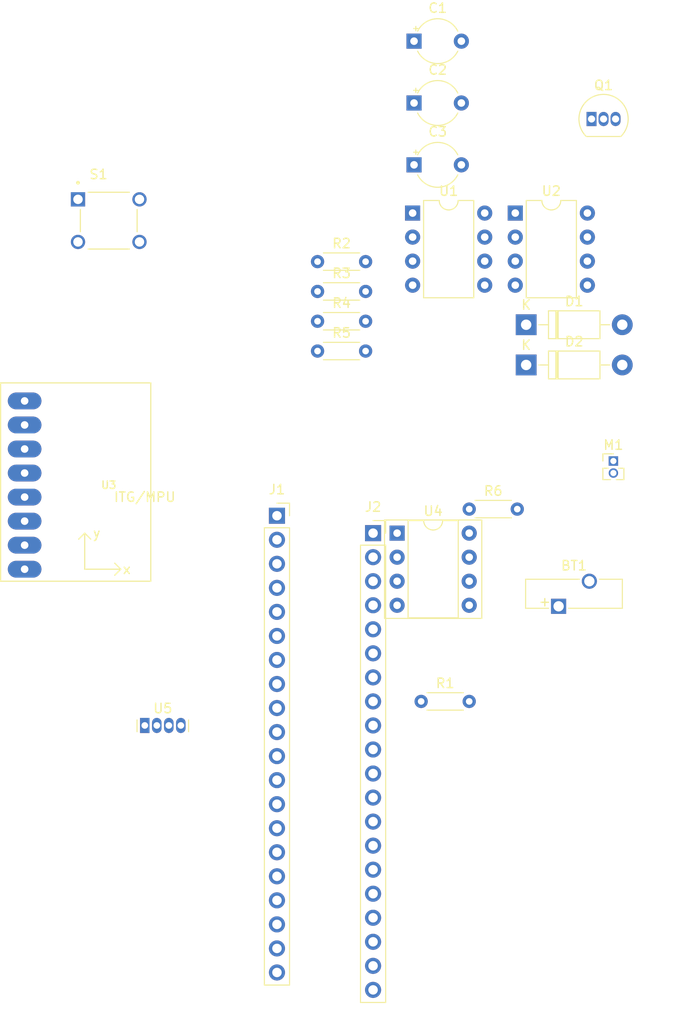
<source format=kicad_pcb>
(kicad_pcb (version 20221018) (generator pcbnew)
  (layers (0 "F.Cu" signal) (31 "B.Cu" signal) (34 "B.Paste" user) (35 "F.Paste" user) (36 "B.SilkS" user "B.Silkscreen") (37 "F.SilkS" user "F.Silkscreen") (38 "B.Mask" user) (39 "F.Mask" user) (44 "Edge.Cuts" user))
  (net 0 "")
  (net 1 "VCC")
  (net 2 "Earth")
  (net 3 "Net-(C1-Pad1)")
  (net 4 "Net-(D2-K)")
  (net 5 "Net-(D2-A)")
  (net 6 "Net-(D1-K)")
  (net 7 "Net-(D1-A)")
  (net 8 "Net-(J1-Pin_1)")
  (net 9 "Net-(J1-Pin_2)")
  (net 23 "Net-(J1-Pin_17)")
  (net 26 "Net-(J1-Pin_20)")
  (net 46 "Net-(Q1-B)")
  (net 47 "Net-(R2-Pad2)")
  (net 48 "Net-(U2-THR)")
  (net 49 "Net-(U4A--)")
  (net 63 "Net-(U4A-+)")
  (footprint "Sensor_Current:Allegro_SIP-4" (layer "F.Cu") (at 113.03 121.92)
    (fp_text reference "U5" (at 1.905 -1.8) (layer "F.SilkS"))
    (fp_text value "Hall Effect Sensor")
    (fp_line (start -0.82 0.66) (end -0.82 -0.58) (stroke (width 0.12)) (layer "F.SilkS"))
    (fp_line (start 4.63 -0.58) (end 4.63 0.66) (stroke (width 0.12)) (layer "F.SilkS"))
    (pad "1" thru_hole rect (at 0 0) (size 1 1.6) (drill 0.7) (layers "*.Cu" "*.Mask") (net 1 "VCC"))
    (pad "2" thru_hole oval (at 1.27 0) (size 1 1.6) (drill 0.7) (layers "*.Cu" "*.Mask") (net 63 "Net-(U4A-+)"))
    (pad "3" thru_hole oval (at 2.54 0) (size 1 1.6) (drill 0.7) (layers "*.Cu" "*.Mask"))
    (pad "4" thru_hole oval (at 3.81 0) (size 1 1.6) (drill 0.7) (layers "*.Cu" "*.Mask") (net 2 "Earth"))
  )
  (footprint "Connector_PinHeader_1.27mm:PinHeader_1x02_P1.27mm_Vertical" (layer "F.Cu") (at 162.56 93.98)
    (fp_text reference "M1" (at 0 -1.695) (layer "F.SilkS"))
    (fp_text value "DC Vibration Motor")
    (fp_line (start -1.11 -0.76) (end 0 -0.76) (stroke (width 0.12)) (layer "F.SilkS"))
    (fp_line (start -1.11 0) (end -1.11 -0.76) (stroke (width 0.12)) (layer "F.SilkS"))
    (fp_line (start -1.11 0.76) (end -1.11 1.965) (stroke (width 0.12)) (layer "F.SilkS"))
    (fp_line (start -1.11 0.76) (end -0.563471 0.76) (stroke (width 0.12)) (layer "F.SilkS"))
    (fp_line (start -1.11 1.965) (end -0.30753 1.965) (stroke (width 0.12)) (layer "F.SilkS"))
    (fp_line (start 0.30753 1.965) (end 1.11 1.965) (stroke (width 0.12)) (layer "F.SilkS"))
    (fp_line (start 0.563471 0.76) (end 1.11 0.76) (stroke (width 0.12)) (layer "F.SilkS"))
    (fp_line (start 1.11 0.76) (end 1.11 1.965) (stroke (width 0.12)) (layer "F.SilkS"))
    (pad "1" thru_hole rect (at 0 0) (size 1 1) (drill 0.65) (layers "*.Cu" "*.Mask") (net 4 "Net-(D2-K)"))
    (pad "2" thru_hole oval (at 0 1.27) (size 1 1) (drill 0.65) (layers "*.Cu" "*.Mask") (net 5 "Net-(D2-A)"))
  )
  (footprint "TS02-66-60-BK-100-LCR-D:SW_TS02-66-60-BK-160-LCR-D" (layer "F.Cu") (at 109.22 68.58)
    (fp_text reference "S1" (at -1.079 -4.889) (layer "F.SilkS"))
    (fp_text value "Pushbutton")
    (fp_line (start -3 -1.176) (end -3 1.176) (stroke (width 0.127)) (layer "F.SilkS"))
    (fp_line (start -2.176 -3) (end 2.176 -3) (stroke (width 0.127)) (layer "F.SilkS"))
    (fp_line (start -2.176 3) (end 2.176 3) (stroke (width 0.127)) (layer "F.SilkS"))
    (fp_line (start 3 -1.176) (end 3 1.176) (stroke (width 0.127)) (layer "F.SilkS"))
    (fp_circle (center -3.25 -4.004) (end -3.15 -4.004) (stroke (width 0.2)) (fill none) (layer "F.SilkS"))
    (pad "1" thru_hole rect (at -3.25 -2.25) (size 1.508 1.508) (drill 1) (layers "*.Cu" "*.Mask") (net 3 "Net-(C1-Pad1)"))
    (pad "2" thru_hole circle (at 3.25 -2.25) (size 1.508 1.508) (drill 1) (layers "*.Cu" "*.Mask"))
    (pad "3" thru_hole circle (at -3.25 2.25) (size 1.508 1.508) (drill 1) (layers "*.Cu" "*.Mask"))
    (pad "4" thru_hole circle (at 3.25 2.25) (size 1.508 1.508) (drill 1) (layers "*.Cu" "*.Mask") (net 47 "Net-(R2-Pad2)"))
  )
  (footprint "Package_TO_SOT_THT:TO-92_Inline" (layer "F.Cu") (at 160.25 57.84)
    (fp_text reference "Q1" (at 1.27 -3.56) (layer "F.SilkS"))
    (fp_text value "2N3904")
    (fp_line (start -0.53 1.85) (end 3.07 1.85) (stroke (width 0.12)) (layer "F.SilkS"))
    (fp_arc (start -0.568478 1.838478) (mid -1.132087 -0.994977) (end 1.27 -2.6) (stroke (width 0.12)) (layer "F.SilkS"))
    (fp_arc (start 1.27 -2.6) (mid 3.672087 -0.994977) (end 3.108478 1.838478) (stroke (width 0.12)) (layer "F.SilkS"))
    (pad "1" thru_hole rect (at 0 0) (size 1.05 1.5) (drill 0.75) (layers "*.Cu" "*.Mask") (net 2 "Earth"))
    (pad "2" thru_hole oval (at 1.27 0) (size 1.05 1.5) (drill 0.75) (layers "*.Cu" "*.Mask") (net 46 "Net-(Q1-B)"))
    (pad "3" thru_hole oval (at 2.54 0) (size 1.05 1.5) (drill 0.75) (layers "*.Cu" "*.Mask") (net 5 "Net-(D2-A)"))
  )
  (footprint "Resistor_THT:R_Axial_DIN0204_L3.6mm_D1.6mm_P5.08mm_Horizontal" (layer "F.Cu") (at 131.29 79.21)
    (fp_text reference "R4" (at 2.54 -1.92) (layer "F.SilkS"))
    (fp_text value "1KOhms")
    (fp_line (start 0.62 -0.92) (end 4.46 -0.92) (stroke (width 0.12)) (layer "F.SilkS"))
    (fp_line (start 0.62 0.92) (end 4.46 0.92) (stroke (width 0.12)) (layer "F.SilkS"))
    (pad "1" thru_hole circle (at 0 0) (size 1.4 1.4) (drill 0.7) (layers "*.Cu" "*.Mask") (net 46 "Net-(Q1-B)"))
    (pad "2" thru_hole oval (at 5.08 0) (size 1.4 1.4) (drill 0.7) (layers "*.Cu" "*.Mask") (net 23 "Net-(J1-Pin_17)"))
  )
  (footprint "Package_DIP:DIP-8_W7.62mm" (layer "F.Cu") (at 152.19 67.78)
    (fp_text reference "U2" (at 3.81 -2.33) (layer "F.SilkS"))
    (fp_text value "555 Timer")
    (fp_line (start 1.16 -1.33) (end 1.16 8.95) (stroke (width 0.12)) (layer "F.SilkS"))
    (fp_line (start 1.16 8.95) (end 6.46 8.95) (stroke (width 0.12)) (layer "F.SilkS"))
    (fp_line (start 2.81 -1.33) (end 1.16 -1.33) (stroke (width 0.12)) (layer "F.SilkS"))
    (fp_line (start 6.46 -1.33) (end 4.81 -1.33) (stroke (width 0.12)) (layer "F.SilkS"))
    (fp_line (start 6.46 8.95) (end 6.46 -1.33) (stroke (width 0.12)) (layer "F.SilkS"))
    (fp_arc (start 4.81 -1.33) (mid 3.81 -0.33) (end 2.81 -1.33) (stroke (width 0.12)) (layer "F.SilkS"))
    (pad "1" thru_hole rect (at 0 0) (size 1.6 1.6) (drill 0.8) (layers "*.Cu" "*.Mask") (net 2 "Earth"))
    (pad "2" thru_hole oval (at 0 2.54) (size 1.6 1.6) (drill 0.8) (layers "*.Cu" "*.Mask") (net 48 "Net-(U2-THR)"))
    (pad "3" thru_hole oval (at 0 5.08) (size 1.6 1.6) (drill 0.8) (layers "*.Cu" "*.Mask") (net 7 "Net-(D1-A)"))
    (pad "4" thru_hole oval (at 0 7.62) (size 1.6 1.6) (drill 0.8) (layers "*.Cu" "*.Mask") (net 1 "VCC"))
    (pad "5" thru_hole oval (at 7.62 7.62) (size 1.6 1.6) (drill 0.8) (layers "*.Cu" "*.Mask"))
    (pad "6" thru_hole oval (at 7.62 5.08) (size 1.6 1.6) (drill 0.8) (layers "*.Cu" "*.Mask") (net 48 "Net-(U2-THR)"))
    (pad "7" thru_hole oval (at 7.62 2.54) (size 1.6 1.6) (drill 0.8) (layers "*.Cu" "*.Mask"))
    (pad "8" thru_hole oval (at 7.62 0) (size 1.6 1.6) (drill 0.8) (layers "*.Cu" "*.Mask") (net 1 "VCC"))
  )
  (footprint "Package_DIP:DIP-8_W7.62mm" (layer "F.Cu") (at 141.34 67.78)
    (fp_text reference "U1" (at 3.81 -2.33) (layer "F.SilkS"))
    (fp_text value "3.3 V Voltage Regulator")
    (fp_line (start 1.16 -1.33) (end 1.16 8.95) (stroke (width 0.12)) (layer "F.SilkS"))
    (fp_line (start 1.16 8.95) (end 6.46 8.95) (stroke (width 0.12)) (layer "F.SilkS"))
    (fp_line (start 2.81 -1.33) (end 1.16 -1.33) (stroke (width 0.12)) (layer "F.SilkS"))
    (fp_line (start 6.46 -1.33) (end 4.81 -1.33) (stroke (width 0.12)) (layer "F.SilkS"))
    (fp_line (start 6.46 8.95) (end 6.46 -1.33) (stroke (width 0.12)) (layer "F.SilkS"))
    (fp_arc (start 4.81 -1.33) (mid 3.81 -0.33) (end 2.81 -1.33) (stroke (width 0.12)) (layer "F.SilkS"))
    (pad "1" thru_hole rect (at 0 0) (size 1.6 1.6) (drill 0.8) (layers "*.Cu" "*.Mask") (net 4 "Net-(D2-K)"))
    (pad "2" thru_hole oval (at 0 2.54) (size 1.6 1.6) (drill 0.8) (layers "*.Cu" "*.Mask"))
    (pad "3" thru_hole oval (at 0 5.08) (size 1.6 1.6) (drill 0.8) (layers "*.Cu" "*.Mask") (net 2 "Earth"))
    (pad "4" thru_hole oval (at 0 7.62) (size 1.6 1.6) (drill 0.8) (layers "*.Cu" "*.Mask"))
    (pad "5" thru_hole oval (at 7.62 7.62) (size 1.6 1.6) (drill 0.8) (layers "*.Cu" "*.Mask"))
    (pad "6" thru_hole oval (at 7.62 5.08) (size 1.6 1.6) (drill 0.8) (layers "*.Cu" "*.Mask"))
    (pad "7" thru_hole oval (at 7.62 2.54) (size 1.6 1.6) (drill 0.8) (layers "*.Cu" "*.Mask"))
    (pad "8" thru_hole oval (at 7.62 0) (size 1.6 1.6) (drill 0.8) (layers "*.Cu" "*.Mask") (net 6 "Net-(D1-K)"))
  )
  (footprint "Capacitor_THT:CP_Radial_Tantal_D4.5mm_P5.00mm" (layer "F.Cu") (at 141.49 49.615)
    (fp_text reference "C1" (at 2.5 -3.5) (layer "F.SilkS"))
    (fp_text value "1uF")
    (fp_line (start -0.037288 -1.335) (end 0.412712 -1.335) (stroke (width 0.12)) (layer "F.SilkS"))
    (fp_line (start 0.187712 -1.56) (end 0.187712 -1.11) (stroke (width 0.12)) (layer "F.SilkS"))
    (fp_arc (start 0.380259 -1.06) (mid 2.5 -2.37) (end 4.619741 -1.06) (stroke (width 0.12)) (layer "F.SilkS"))
    (fp_arc (start 4.619741 1.06) (mid 2.5 2.37) (end 0.380259 1.06) (stroke (width 0.12)) (layer "F.SilkS"))
    (pad "1" thru_hole rect (at 0 0) (size 1.6 1.6) (drill 0.8) (layers "*.Cu" "*.Mask") (net 3 "Net-(C1-Pad1)"))
    (pad "2" thru_hole circle (at 5 0) (size 1.6 1.6) (drill 0.8) (layers "*.Cu" "*.Mask") (net 2 "Earth"))
  )
  (footprint "Resistor_THT:R_Axial_DIN0204_L3.6mm_D1.6mm_P5.08mm_Horizontal" (layer "F.Cu") (at 147.32 99.06)
    (fp_text reference "R6" (at 2.54 -1.92) (layer "F.SilkS"))
    (fp_text value "5.6KOhms")
    (fp_line (start 0.62 -0.92) (end 4.46 -0.92) (stroke (width 0.12)) (layer "F.SilkS"))
    (fp_line (start 0.62 0.92) (end 4.46 0.92) (stroke (width 0.12)) (layer "F.SilkS"))
    (pad "1" thru_hole circle (at 0 0) (size 1.4 1.4) (drill 0.7) (layers "*.Cu" "*.Mask") (net 26 "Net-(J1-Pin_20)"))
    (pad "2" thru_hole oval (at 5.08 0) (size 1.4 1.4) (drill 0.7) (layers "*.Cu" "*.Mask") (net 49 "Net-(U4A--)"))
  )
  (footprint "Resistor_THT:R_Axial_DIN0204_L3.6mm_D1.6mm_P5.08mm_Horizontal" (layer "F.Cu") (at 131.29 72.91)
    (fp_text reference "R2" (at 2.54 -1.92) (layer "F.SilkS"))
    (fp_text value "10KOhms")
    (fp_line (start 0.62 -0.92) (end 4.46 -0.92) (stroke (width 0.12)) (layer "F.SilkS"))
    (fp_line (start 0.62 0.92) (end 4.46 0.92) (stroke (width 0.12)) (layer "F.SilkS"))
    (pad "1" thru_hole circle (at 0 0) (size 1.4 1.4) (drill 0.7) (layers "*.Cu" "*.Mask") (net 2 "Earth"))
    (pad "2" thru_hole oval (at 5.08 0) (size 1.4 1.4) (drill 0.7) (layers "*.Cu" "*.Mask") (net 47 "Net-(R2-Pad2)"))
  )
  (footprint "Resistor_THT:R_Axial_DIN0204_L3.6mm_D1.6mm_P5.08mm_Horizontal" (layer "F.Cu") (at 131.29 76.06)
    (fp_text reference "R3" (at 2.54 -1.92) (layer "F.SilkS"))
    (fp_text value "10KOhms")
    (fp_line (start 0.62 -0.92) (end 4.46 -0.92) (stroke (width 0.12)) (layer "F.SilkS"))
    (fp_line (start 0.62 0.92) (end 4.46 0.92) (stroke (width 0.12)) (layer "F.SilkS"))
    (pad "1" thru_hole circle (at 0 0) (size 1.4 1.4) (drill 0.7) (layers "*.Cu" "*.Mask") (net 47 "Net-(R2-Pad2)"))
    (pad "2" thru_hole oval (at 5.08 0) (size 1.4 1.4) (drill 0.7) (layers "*.Cu" "*.Mask") (net 48 "Net-(U2-THR)"))
  )
  (footprint "Battery:Battery_Panasonic_CR1025-VSK_Vertical_CircularHoles" (layer "F.Cu") (at 156.77 109.33)
    (fp_text reference "BT1" (at 1.625 -4.3) (layer "F.SilkS"))
    (fp_text value "Battery")
    (fp_text user "+" (at -1.46 -0.5) (layer "F.SilkS"))
    (fp_line (start -3.485 -2.86) (end 2.19 -2.86) (stroke (width 0.12)) (layer "F.SilkS"))
    (fp_line (start -3.485 0.21) (end -3.485 -2.86) (stroke (width 0.12)) (layer "F.SilkS"))
    (fp_line (start -3.485 0.21) (end -1.06 0.21) (stroke (width 0.12)) (layer "F.SilkS"))
    (fp_line (start 1.06 0.21) (end 6.735 0.21) (stroke (width 0.12)) (layer "F.SilkS"))
    (fp_line (start 4.31 -2.86) (end 6.735 -2.86) (stroke (width 0.12)) (layer "F.SilkS"))
    (fp_line (start 6.735 0.21) (end 6.735 -2.86) (stroke (width 0.12)) (layer "F.SilkS"))
    (pad "1" thru_hole rect (at 0 0) (size 1.6 1.6) (drill 1.09) (layers "*.Cu" "*.Mask") (net 1 "VCC"))
    (pad "2" thru_hole circle (at 3.25 -2.65) (size 1.6 1.6) (drill 1.09) (layers "*.Cu" "*.Mask") (net 2 "Earth"))
  )
  (footprint "Capacitor_THT:CP_Radial_Tantal_D4.5mm_P5.00mm" (layer "F.Cu") (at 141.49 62.685)
    (fp_text reference "C3" (at 2.5 -3.5) (layer "F.SilkS"))
    (fp_text value "0.1uF")
    (fp_line (start -0.037288 -1.335) (end 0.412712 -1.335) (stroke (width 0.12)) (layer "F.SilkS"))
    (fp_line (start 0.187712 -1.56) (end 0.187712 -1.11) (stroke (width 0.12)) (layer "F.SilkS"))
    (fp_arc (start 0.380259 -1.06) (mid 2.5 -2.37) (end 4.619741 -1.06) (stroke (width 0.12)) (layer "F.SilkS"))
    (fp_arc (start 4.619741 1.06) (mid 2.5 2.37) (end 0.380259 1.06) (stroke (width 0.12)) (layer "F.SilkS"))
    (pad "1" thru_hole rect (at 0 0) (size 1.6 1.6) (drill 0.8) (layers "*.Cu" "*.Mask") (net 4 "Net-(D2-K)"))
    (pad "2" thru_hole circle (at 5 0) (size 1.6 1.6) (drill 0.8) (layers "*.Cu" "*.Mask") (net 5 "Net-(D2-A)"))
  )
  (footprint "GY-521:GY-521" (layer "F.Cu") (at 109.22 96.52)
    (fp_text reference "U3" (at 0 0) (layer "F.SilkS") (effects (font (size 0.787402 0.787402))))
    (fp_text value "Gyroscope Sensor")
    (fp_text user "y" (at -1.27 5.08) (layer "F.SilkS"))
    (fp_text user "x" (at 1.905 8.89) (layer "F.SilkS"))
    (fp_text user "ITG/MPU" (at 3.81 1.27) (layer "F.SilkS"))
    (fp_line (start -11.43 -10.795) (end 4.445 -10.795) (stroke (width 0.127)) (layer "F.SilkS"))
    (fp_line (start -11.43 10.16) (end -11.43 -10.795) (stroke (width 0.127)) (layer "F.SilkS"))
    (fp_line (start -2.54 5.08) (end -3.175 5.715) (stroke (width 0.127)) (layer "F.SilkS"))
    (fp_line (start -2.54 5.08) (end -1.905 5.715) (stroke (width 0.127)) (layer "F.SilkS"))
    (fp_line (start -2.54 8.89) (end -2.54 5.08) (stroke (width 0.127)) (layer "F.SilkS"))
    (fp_line (start -2.54 8.89) (end 1.27 8.89) (stroke (width 0.127)) (layer "F.SilkS"))
    (fp_line (start 1.27 8.89) (end 0.635 8.255) (stroke (width 0.127)) (layer "F.SilkS"))
    (fp_line (start 1.27 8.89) (end 0.635 9.525) (stroke (width 0.127)) (layer "F.SilkS"))
    (fp_line (start 4.445 -10.795) (end 4.445 10.16) (stroke (width 0.127)) (layer "F.SilkS"))
    (fp_line (start 4.445 10.16) (end -11.43 10.16) (stroke (width 0.127)) (layer "F.SilkS"))
    (pad "ADO" thru_hole oval (at -8.89 6.35) (size 3.556 1.778) (drill 0.8) (layers "*.Cu" "*.Mask"))
    (pad "GND" thru_hole oval (at -8.89 -6.35) (size 3.556 1.778) (drill 0.8) (layers "*.Cu" "*.Mask") (net 2 "Earth"))
    (pad "INT" thru_hole oval (at -8.89 8.89) (size 3.556 1.778) (drill 0.8) (layers "*.Cu" "*.Mask"))
    (pad "SCL" thru_hole oval (at -8.89 -3.81) (size 3.556 1.778) (drill 0.8) (layers "*.Cu" "*.Mask") (net 9 "Net-(J1-Pin_2)"))
    (pad "SDA" thru_hole oval (at -8.89 -1.27) (size 3.556 1.778) (drill 0.8) (layers "*.Cu" "*.Mask") (net 8 "Net-(J1-Pin_1)"))
    (pad "VCC" thru_hole oval (at -8.89 -8.89) (size 3.556 1.778) (drill 0.8) (layers "*.Cu" "*.Mask") (net 4 "Net-(D2-K)"))
    (pad "XCL" thru_hole oval (at -8.89 3.81) (size 3.556 1.778) (drill 0.8) (layers "*.Cu" "*.Mask"))
    (pad "XDA" thru_hole oval (at -8.89 1.27) (size 3.556 1.778) (drill 0.8) (layers "*.Cu" "*.Mask"))
  )
  (footprint "Package_DIP:DIP-8_W7.62mm_Socket" (layer "F.Cu") (at 139.7 101.6)
    (fp_text reference "U4" (at 3.81 -2.33) (layer "F.SilkS"))
    (fp_text value "OP-Amp")
    (fp_line (start -1.33 -1.39) (end -1.33 9.01) (stroke (width 0.12)) (layer "F.SilkS"))
    (fp_line (start -1.33 9.01) (end 8.95 9.01) (stroke (width 0.12)) (layer "F.SilkS"))
    (fp_line (start 1.16 -1.33) (end 1.16 8.95) (stroke (width 0.12)) (layer "F.SilkS"))
    (fp_line (start 1.16 8.95) (end 6.46 8.95) (stroke (width 0.12)) (layer "F.SilkS"))
    (fp_line (start 2.81 -1.33) (end 1.16 -1.33) (stroke (width 0.12)) (layer "F.SilkS"))
    (fp_line (start 6.46 -1.33) (end 4.81 -1.33) (stroke (width 0.12)) (layer "F.SilkS"))
    (fp_line (start 6.46 8.95) (end 6.46 -1.33) (stroke (width 0.12)) (layer "F.SilkS"))
    (fp_line (start 8.95 -1.39) (end -1.33 -1.39) (stroke (width 0.12)) (layer "F.SilkS"))
    (fp_line (start 8.95 9.01) (end 8.95 -1.39) (stroke (width 0.12)) (layer "F.SilkS"))
    (fp_arc (start 4.81 -1.33) (mid 3.81 -0.33) (end 2.81 -1.33) (stroke (width 0.12)) (layer "F.SilkS"))
    (pad "1" thru_hole rect (at 0 0) (size 1.6 1.6) (drill 0.8) (layers "*.Cu" "*.Mask") (net 26 "Net-(J1-Pin_20)"))
    (pad "2" thru_hole oval (at 0 2.54) (size 1.6 1.6) (drill 0.8) (layers "*.Cu" "*.Mask") (net 49 "Net-(U4A--)"))
    (pad "3" thru_hole oval (at 0 5.08) (size 1.6 1.6) (drill 0.8) (layers "*.Cu" "*.Mask") (net 63 "Net-(U4A-+)"))
    (pad "4" thru_hole oval (at 0 7.62) (size 1.6 1.6) (drill 0.8) (layers "*.Cu" "*.Mask"))
    (pad "5" thru_hole oval (at 7.62 7.62) (size 1.6 1.6) (drill 0.8) (layers "*.Cu" "*.Mask"))
    (pad "6" thru_hole oval (at 7.62 5.08) (size 1.6 1.6) (drill 0.8) (layers "*.Cu" "*.Mask"))
    (pad "7" thru_hole oval (at 7.62 2.54) (size 1.6 1.6) (drill 0.8) (layers "*.Cu" "*.Mask"))
    (pad "8" thru_hole oval (at 7.62 0) (size 1.6 1.6) (drill 0.8) (layers "*.Cu" "*.Mask"))
  )
  (footprint "Connector_PinSocket_2.54mm:PinSocket_1x20_P2.54mm_Vertical" (layer "F.Cu") (at 127 99.76)
    (fp_text reference "J1" (at 0 -2.77) (layer "F.SilkS"))
    (fp_text value "Pico Socket 1")
    (fp_line (start -1.33 1.27) (end -1.33 49.59) (stroke (width 0.12)) (layer "F.SilkS"))
    (fp_line (start -1.33 1.27) (end 1.33 1.27) (stroke (width 0.12)) (layer "F.SilkS"))
    (fp_line (start -1.33 49.59) (end 1.33 49.59) (stroke (width 0.12)) (layer "F.SilkS"))
    (fp_line (start 0 -1.33) (end 1.33 -1.33) (stroke (width 0.12)) (layer "F.SilkS"))
    (fp_line (start 1.33 -1.33) (end 1.33 0) (stroke (width 0.12)) (layer "F.SilkS"))
    (fp_line (start 1.33 1.27) (end 1.33 49.59) (stroke (width 0.12)) (layer "F.SilkS"))
    (pad "1" thru_hole rect (at 0 0) (size 1.7 1.7) (drill 1) (layers "*.Cu" "*.Mask") (net 8 "Net-(J1-Pin_1)"))
    (pad "2" thru_hole oval (at 0 2.54) (size 1.7 1.7) (drill 1) (layers "*.Cu" "*.Mask") (net 9 "Net-(J1-Pin_2)"))
    (pad "3" thru_hole oval (at 0 5.08) (size 1.7 1.7) (drill 1) (layers "*.Cu" "*.Mask") (net 2 "Earth"))
    (pad "4" thru_hole oval (at 0 7.62) (size 1.7 1.7) (drill 1) (layers "*.Cu" "*.Mask"))
    (pad "5" thru_hole oval (at 0 10.16) (size 1.7 1.7) (drill 1) (layers "*.Cu" "*.Mask"))
    (pad "6" thru_hole oval (at 0 12.7) (size 1.7 1.7) (drill 1) (layers "*.Cu" "*.Mask"))
    (pad "7" thru_hole oval (at 0 15.24) (size 1.7 1.7) (drill 1) (layers "*.Cu" "*.Mask"))
    (pad "8" thru_hole oval (at 0 17.78) (size 1.7 1.7) (drill 1) (layers "*.Cu" "*.Mask"))
    (pad "9" thru_hole oval (at 0 20.32) (size 1.7 1.7) (drill 1) (layers "*.Cu" "*.Mask"))
    (pad "10" thru_hole oval (at 0 22.86) (size 1.7 1.7) (drill 1) (layers "*.Cu" "*.Mask"))
    (pad "11" thru_hole oval (at 0 25.4) (size 1.7 1.7) (drill 1) (layers "*.Cu" "*.Mask"))
    (pad "12" thru_hole oval (at 0 27.94) (size 1.7 1.7) (drill 1) (layers "*.Cu" "*.Mask"))
    (pad "13" thru_hole oval (at 0 30.48) (size 1.7 1.7) (drill 1) (layers "*.Cu" "*.Mask"))
    (pad "14" thru_hole oval (at 0 33.02) (size 1.7 1.7) (drill 1) (layers "*.Cu" "*.Mask"))
    (pad "15" thru_hole oval (at 0 35.56) (size 1.7 1.7) (drill 1) (layers "*.Cu" "*.Mask"))
    (pad "16" thru_hole oval (at 0 38.1) (size 1.7 1.7) (drill 1) (layers "*.Cu" "*.Mask"))
    (pad "17" thru_hole oval (at 0 40.64) (size 1.7 1.7) (drill 1) (layers "*.Cu" "*.Mask") (net 23 "Net-(J1-Pin_17)"))
    (pad "18" thru_hole oval (at 0 43.18) (size 1.7 1.7) (drill 1) (layers "*.Cu" "*.Mask"))
    (pad "19" thru_hole oval (at 0 45.72) (size 1.7 1.7) (drill 1) (layers "*.Cu" "*.Mask"))
    (pad "20" thru_hole oval (at 0 48.26) (size 1.7 1.7) (drill 1) (layers "*.Cu" "*.Mask") (net 26 "Net-(J1-Pin_20)"))
  )
  (footprint "Resistor_THT:R_Axial_DIN0204_L3.6mm_D1.6mm_P5.08mm_Horizontal" (layer "F.Cu") (at 131.29 82.36)
    (fp_text reference "R5" (at 2.54 -1.92) (layer "F.SilkS"))
    (fp_text value "1KOhms")
    (fp_line (start 0.62 -0.92) (end 4.46 -0.92) (stroke (width 0.12)) (layer "F.SilkS"))
    (fp_line (start 0.62 0.92) (end 4.46 0.92) (stroke (width 0.12)) (layer "F.SilkS"))
    (pad "1" thru_hole circle (at 0 0) (size 1.4 1.4) (drill 0.7) (layers "*.Cu" "*.Mask") (net 49 "Net-(U4A--)"))
    (pad "2" thru_hole oval (at 5.08 0) (size 1.4 1.4) (drill 0.7) (layers "*.Cu" "*.Mask") (net 2 "Earth"))
  )
  (footprint "Connector_PinSocket_2.54mm:PinSocket_1x20_P2.54mm_Vertical" (layer "F.Cu") (at 137.16 101.6)
    (fp_text reference "J2" (at 0 -2.77) (layer "F.SilkS"))
    (fp_text value "Pico Socket 2")
    (fp_line (start -1.33 1.27) (end -1.33 49.59) (stroke (width 0.12)) (layer "F.SilkS"))
    (fp_line (start -1.33 1.27) (end 1.33 1.27) (stroke (width 0.12)) (layer "F.SilkS"))
    (fp_line (start -1.33 49.59) (end 1.33 49.59) (stroke (width 0.12)) (layer "F.SilkS"))
    (fp_line (start 0 -1.33) (end 1.33 -1.33) (stroke (width 0.12)) (layer "F.SilkS"))
    (fp_line (start 1.33 -1.33) (end 1.33 0) (stroke (width 0.12)) (layer "F.SilkS"))
    (fp_line (start 1.33 1.27) (end 1.33 49.59) (stroke (width 0.12)) (layer "F.SilkS"))
    (pad "1" thru_hole rect (at 0 0) (size 1.7 1.7) (drill 1) (layers "*.Cu" "*.Mask"))
    (pad "2" thru_hole oval (at 0 2.54) (size 1.7 1.7) (drill 1) (layers "*.Cu" "*.Mask"))
    (pad "3" thru_hole oval (at 0 5.08) (size 1.7 1.7) (drill 1) (layers "*.Cu" "*.Mask"))
    (pad "4" thru_hole oval (at 0 7.62) (size 1.7 1.7) (drill 1) (layers "*.Cu" "*.Mask"))
    (pad "5" thru_hole oval (at 0 10.16) (size 1.7 1.7) (drill 1) (layers "*.Cu" "*.Mask"))
    (pad "6" thru_hole oval (at 0 12.7) (size 1.7 1.7) (drill 1) (layers "*.Cu" "*.Mask"))
    (pad "7" thru_hole oval (at 0 15.24) (size 1.7 1.7) (drill 1) (layers "*.Cu" "*.Mask"))
    (pad "8" thru_hole oval (at 0 17.78) (size 1.7 1.7) (drill 1) (layers "*.Cu" "*.Mask"))
    (pad "9" thru_hole oval (at 0 20.32) (size 1.7 1.7) (drill 1) (layers "*.Cu" "*.Mask"))
    (pad "10" thru_hole oval (at 0 22.86) (size 1.7 1.7) (drill 1) (layers "*.Cu" "*.Mask"))
    (pad "11" thru_hole oval (at 0 25.4) (size 1.7 1.7) (drill 1) (layers "*.Cu" "*.Mask"))
    (pad "12" thru_hole oval (at 0 27.94) (size 1.7 1.7) (drill 1) (layers "*.Cu" "*.Mask"))
    (pad "13" thru_hole oval (at 0 30.48) (size 1.7 1.7) (drill 1) (layers "*.Cu" "*.Mask"))
    (pad "14" thru_hole oval (at 0 33.02) (size 1.7 1.7) (drill 1) (layers "*.Cu" "*.Mask"))
    (pad "15" thru_hole oval (at 0 35.56) (size 1.7 1.7) (drill 1) (layers "*.Cu" "*.Mask"))
    (pad "16" thru_hole oval (at 0 38.1) (size 1.7 1.7) (drill 1) (layers "*.Cu" "*.Mask"))
    (pad "17" thru_hole oval (at 0 40.64) (size 1.7 1.7) (drill 1) (layers "*.Cu" "*.Mask"))
    (pad "18" thru_hole oval (at 0 43.18) (size 1.7 1.7) (drill 1) (layers "*.Cu" "*.Mask"))
    (pad "19" thru_hole oval (at 0 45.72) (size 1.7 1.7) (drill 1) (layers "*.Cu" "*.Mask") (net 4 "Net-(D2-K)"))
    (pad "20" thru_hole oval (at 0 48.26) (size 1.7 1.7) (drill 1) (layers "*.Cu" "*.Mask"))
  )
  (footprint "Capacitor_THT:CP_Radial_Tantal_D4.5mm_P5.00mm" (layer "F.Cu") (at 141.49 56.15)
    (fp_text reference "C2" (at 2.5 -3.5) (layer "F.SilkS"))
    (fp_text value "1uF")
    (fp_line (start -0.037288 -1.335) (end 0.412712 -1.335) (stroke (width 0.12)) (layer "F.SilkS"))
    (fp_line (start 0.187712 -1.56) (end 0.187712 -1.11) (stroke (width 0.12)) (layer "F.SilkS"))
    (fp_arc (start 0.380259 -1.06) (mid 2.5 -2.37) (end 4.619741 -1.06) (stroke (width 0.12)) (layer "F.SilkS"))
    (fp_arc (start 4.619741 1.06) (mid 2.5 2.37) (end 0.380259 1.06) (stroke (width 0.12)) (layer "F.SilkS"))
    (pad "1" thru_hole rect (at 0 0) (size 1.6 1.6) (drill 0.8) (layers "*.Cu" "*.Mask") (net 4 "Net-(D2-K)"))
    (pad "2" thru_hole circle (at 5 0) (size 1.6 1.6) (drill 0.8) (layers "*.Cu" "*.Mask") (net 2 "Earth"))
  )
  (footprint "Diode_THT:D_DO-41_SOD81_P10.16mm_Horizontal" (layer "F.Cu") (at 153.34 83.83)
    (fp_text reference "D2" (at 5.08 -2.47) (layer "F.SilkS"))
    (fp_text value "1N4001")
    (fp_text user "K" (at 0 -2.1) (layer "F.SilkS"))
    (fp_line (start 1.34 0) (end 2.36 0) (stroke (width 0.12)) (layer "F.SilkS"))
    (fp_line (start 2.36 -1.47) (end 2.36 1.47) (stroke (width 0.12)) (layer "F.SilkS"))
    (fp_line (start 2.36 1.47) (end 7.8 1.47) (stroke (width 0.12)) (layer "F.SilkS"))
    (fp_line (start 3.14 -1.47) (end 3.14 1.47) (stroke (width 0.12)) (layer "F.SilkS"))
    (fp_line (start 3.26 -1.47) (end 3.26 1.47) (stroke (width 0.12)) (layer "F.SilkS"))
    (fp_line (start 3.38 -1.47) (end 3.38 1.47) (stroke (width 0.12)) (layer "F.SilkS"))
    (fp_line (start 7.8 -1.47) (end 2.36 -1.47) (stroke (width 0.12)) (layer "F.SilkS"))
    (fp_line (start 7.8 1.47) (end 7.8 -1.47) (stroke (width 0.12)) (layer "F.SilkS"))
    (fp_line (start 8.82 0) (end 7.8 0) (stroke (width 0.12)) (layer "F.SilkS"))
    (pad "1" thru_hole rect (at 0 0) (size 2.2 2.2) (drill 1.1) (layers "*.Cu" "*.Mask") (net 4 "Net-(D2-K)"))
    (pad "2" thru_hole oval (at 10.16 0) (size 2.2 2.2) (drill 1.1) (layers "*.Cu" "*.Mask") (net 5 "Net-(D2-A)"))
  )
  (footprint "Diode_THT:D_DO-41_SOD81_P10.16mm_Horizontal" (layer "F.Cu") (at 153.34 79.58)
    (fp_text reference "D1" (at 5.08 -2.47) (layer "F.SilkS"))
    (fp_text value "1N4001")
    (fp_text user "K" (at 0 -2.1) (layer "F.SilkS"))
    (fp_line (start 1.34 0) (end 2.36 0) (stroke (width 0.12)) (layer "F.SilkS"))
    (fp_line (start 2.36 -1.47) (end 2.36 1.47) (stroke (width 0.12)) (layer "F.SilkS"))
    (fp_line (start 2.36 1.47) (end 7.8 1.47) (stroke (width 0.12)) (layer "F.SilkS"))
    (fp_line (start 3.14 -1.47) (end 3.14 1.47) (stroke (width 0.12)) (layer "F.SilkS"))
    (fp_line (start 3.26 -1.47) (end 3.26 1.47) (stroke (width 0.12)) (layer "F.SilkS"))
    (fp_line (start 3.38 -1.47) (end 3.38 1.47) (stroke (width 0.12)) (layer "F.SilkS"))
    (fp_line (start 7.8 -1.47) (end 2.36 -1.47) (stroke (width 0.12)) (layer "F.SilkS"))
    (fp_line (start 7.8 1.47) (end 7.8 -1.47) (stroke (width 0.12)) (layer "F.SilkS"))
    (fp_line (start 8.82 0) (end 7.8 0) (stroke (width 0.12)) (layer "F.SilkS"))
    (pad "1" thru_hole rect (at 0 0) (size 2.2 2.2) (drill 1.1) (layers "*.Cu" "*.Mask") (net 6 "Net-(D1-K)"))
    (pad "2" thru_hole oval (at 10.16 0) (size 2.2 2.2) (drill 1.1) (layers "*.Cu" "*.Mask") (net 7 "Net-(D1-A)"))
  )
  (footprint "Resistor_THT:R_Axial_DIN0204_L3.6mm_D1.6mm_P5.08mm_Horizontal" (layer "F.Cu") (at 142.24 119.38)
    (fp_text reference "R1" (at 2.54 -1.92) (layer "F.SilkS"))
    (fp_text value "100kOhms")
    (fp_line (start 0.62 -0.92) (end 4.46 -0.92) (stroke (width 0.12)) (layer "F.SilkS"))
    (fp_line (start 0.62 0.92) (end 4.46 0.92) (stroke (width 0.12)) (layer "F.SilkS"))
    (pad "1" thru_hole circle (at 0 0) (size 1.4 1.4) (drill 0.7) (layers "*.Cu" "*.Mask") (net 3 "Net-(C1-Pad1)"))
    (pad "2" thru_hole oval (at 5.08 0) (size 1.4 1.4) (drill 0.7) (layers "*.Cu" "*.Mask") (net 7 "Net-(D1-A)"))
  )
)
</source>
